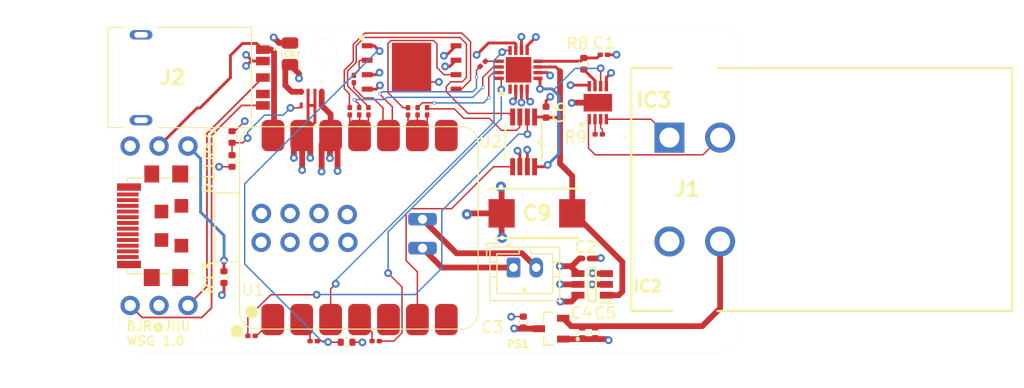
<source format=kicad_pcb>
(kicad_pcb (version 20221018) (generator pcbnew)
  (layers (0 "F.Cu" signal "Front") (1 "In1.Cu" signal) (2 "In2.Cu" signal) (31 "B.Cu" signal "Back") (34 "B.Paste" user) (35 "F.Paste" user) (36 "B.SilkS" user "B.Silkscreen") (37 "F.SilkS" user "F.Silkscreen") (38 "B.Mask" user) (39 "F.Mask" user) (44 "Edge.Cuts" user))
  (net 0 "")
  (net 1 "FilteredSig")
  (net 2 "GNDA")
  (net 3 "5V5")
  (net 4 "2V5 Ref")
  (net 5 "5V Reference")
  (net 7 "DAC Bias")
  (net 8 "3V3")
  (net 9 "ADC DReady")
  (net 10 "MISO")
  (net 11 "MOSI")
  (net 12 "SCLK")
  (net 13 "CS-ADC")
  (net 15 "S-")
  (net 16 "Net-(IC3-RG_1)")
  (net 17 "Net-(IC3-RG_2)")
  (net 18 "S+")
  (net 19 "AmplifiedSig")
  (net 20 "CS-MEM")
  (net 21 "5V USB")
  (net 23 "USB_D+")
  (net 24 "USB_D-")
  (net 27 "Net-(PS2-FB)")
  (net 28 "CS-DAC")
  (net 29 "Net-(U1-PA02_A0_D0)")
  (net 30 "Net-(U1-PA4_A1_D1)")
  (net 31 "Net-(U1-PA11_A3_D3)")
  (net 32 "LDAC-DAC")
  (net 33 "Net-(J3-CC)")
  (net 37 "BAT-")
  (net 38 "BAT+")
  (net 45 "MISO_ADC")
  (net 46 "MOSI_ADC")
  (net 47 "SCLK_ADC")
  (net 48 "MISO_FLASH")
  (net 49 "MOSI_FLASH")
  (net 50 "SCLK_FLASH")
  (net 51 "SCLK_DAC")
  (net 52 "MOSI_DAC")
  (footprint "21xt_footprints:SOT91P240X110-3N" (layer "F.Cu") (at 38.45 26.53 180)
    (fp_text reference "PS1")
    (fp_text value "AP2120N-2.5TRG1")
  )
  (footprint "21xt_footprints:USB_C_PLACE" (layer "F.Cu") (at 1.48 17.49 90)
    (fp_text reference "J3" hide)
    (fp_text value "USB_C_Plug_USB2.0")
  )
  (footprint "Capacitor_SMD:C_0402_1005Metric" (layer "F.Cu") (at 38.01 7.51 -90)
    (fp_text reference "C6")
    (fp_text value ".1uF")
  )
  (footprint "Capacitor_SMD:C_0402_1005Metric" (layer "F.Cu") (at 42.33 26.89 -90)
    (fp_text reference "C5")
    (fp_text value "10uF")
  )
  (footprint "Resistor_SMD:R_0201_0603Metric" (layer "F.Cu") (at 42.64 9.46)
    (fp_text reference "R9")
    (fp_text value "200")
  )
  (footprint "21xt_footprints:MCP1501-50" (layer "F.Cu") (at 42.06 22.64 180)
    (fp_text reference "IC2")
    (fp_text value "MCP1502T-50E_CHY" hide)
  )
  (footprint "Resistor_SMD:R_0402_1005Metric" (layer "F.Cu") (at 9.72 22 -90)
    (fp_text reference "R13")
    (fp_text value "5k")
  )
  (footprint "Capacitor_SMD:C_0805_2012Metric" (layer "F.Cu") (at 15.52 2.39 90)
    (fp_text reference "C8")
    (fp_text value "47uF")
  )
  (footprint "21xt_footprints:AD5626" (layer "F.Cu") (at 36.04 10.12 -90)
    (fp_text reference "U2")
    (fp_text value "AD5626BRMZ")
  )
  (footprint "21xt_footprints:DTF134PG003" (layer "F.Cu") (at 48.85 9.75 180)
    (fp_text reference "J1")
    (fp_text value "DTF13-4P-G003" hide)
  )
  (footprint "21xt_footprints:SON50P300X300X80-9N-D" (layer "F.Cu") (at 42.56 6.68 90)
    (fp_text reference "IC3")
    (fp_text value "INA821IDRGR" hide)
  )
  (footprint "Resistor_SMD:R_0201_0603Metric" (layer "F.Cu") (at 25.89 7.44 -90)
    (fp_text reference "R3" hide)
    (fp_text value "45.5")
  )
  (footprint "21xt_footprints:CAPPM7344X310N" (layer "F.Cu") (at 37.21 16.4)
    (fp_text reference "C9")
    (fp_text value "TAJD106M035RNJ" hide)
  )
  (footprint "Resistor_SMD:R_0201_0603Metric" (layer "F.Cu") (at 32.45 3.27 -135)
    (fp_text reference "R14" hide)
    (fp_text value "45.5")
  )
  (footprint "Capacitor_SMD:C_0201_0603Metric" (layer "F.Cu") (at 41.52 20.36)
    (fp_text reference "C2")
    (fp_text value "0.1uF")
  )
  (footprint "Resistor_SMD:R_0402_1005Metric" (layer "F.Cu") (at 20.49 27.72 180)
    (fp_text reference "R12" hide)
    (fp_text value "100k")
  )
  (footprint "21xt_footprints:SON127P800X600X80-9N-D" (layer "F.Cu") (at 26.2 3.585)
    (fp_text reference "IC4" hide)
    (fp_text value "W25N04KVZEIR" hide)
  )
  (footprint "Resistor_SMD:R_0201_0603Metric" (layer "F.Cu") (at 12.14 27.16)
    (fp_text reference "R4" hide)
    (fp_text value "45.5")
  )
  (footprint "Capacitor_SMD:C_0201_0603Metric" (layer "F.Cu") (at 43.09 2.47)
    (fp_text reference "C1")
    (fp_text value "10nF")
  )
  (footprint "Resistor_SMD:R_0402_1005Metric" (layer "F.Cu") (at 10.43 9.69 -90)
    (fp_text reference "R10")
    (fp_text value "80.6k")
  )
  (footprint "Resistor_SMD:R_0201_0603Metric" (layer "F.Cu") (at 27.57 7.43 -90)
    (fp_text reference "R2" hide)
    (fp_text value "45.5")
  )
  (footprint "Resistor_SMD:R_0201_0603Metric" (layer "F.Cu") (at 23.05 27.62 180)
    (fp_text reference "R7" hide)
    (fp_text value "45.5")
  )
  (footprint "Resistor_SMD:R_0201_0603Metric" (layer "F.Cu") (at 26.73 7.43 -90)
    (fp_text reference "R1" hide)
    (fp_text value "45.5")
  )
  (footprint "Resistor_SMD:R_0402_1005Metric" (layer "F.Cu") (at 10.43 11.8 -90)
    (fp_text reference "R11")
    (fp_text value "806k")
  )
  (footprint "Capacitor_SMD:C_0402_1005Metric" (layer "F.Cu") (at 41.19 26.9 -90)
    (fp_text reference "C4")
    (fp_text value "1uF")
  )
  (footprint "21xt_footprints:TPSM83100SIUR" (layer "F.Cu") (at 17.41 6.32 -90)
    (fp_text reference "PS2" hide)
    (fp_text value "TPSM83100SIUR" hide)
  )
  (footprint "Resistor_SMD:R_0201_0603Metric" (layer "F.Cu") (at 21.13 4.6 -90)
    (fp_text reference "R16" hide)
    (fp_text value "45.5")
  )
  (footprint "21xt_footprints:QFN50P350X350X100-17N-D" (layer "F.Cu") (at 35.6 3.79 90)
    (fp_text reference "IC1" hide)
    (fp_text value "ADS1120IRVAR" hide)
  )
  (footprint "Capacitor_SMD:C_0402_1005Metric" (layer "F.Cu") (at 36.02 25.95 90)
    (fp_text reference "C3")
    (fp_text value "1uF")
  )
  (footprint "Connector_JST:JST_PH_B2B-PH-K_1x02_P2.00mm_Vertical" (layer "F.Cu") (at 35.15 21.16)
    (fp_text reference "J4" hide)
    (fp_text value "Conn_01x02")
  )
  (footprint "21xt_footprints:esp32 c6 smt" (layer "F.Cu") (at 21.6085 17.4484 90)
    (fp_text reference "U1")
    (fp_text value "esp32 c6 xiao")
  )
  (footprint "Resistor_SMD:R_0201_0603Metric" (layer "F.Cu") (at 21.6 7.43 -90)
    (fp_text reference "R17" hide)
    (fp_text value "45.5")
  )
  (footprint "21xt_footprints:SJ3541ASSMTTR67" (layer "F.Cu") (at 5.19 4.47)
    (fp_text reference "J2")
    (fp_text value "SJ-3541AS-SMT-TR-67" hide)
  )
  (footprint "Resistor_SMD:R_0402_1005Metric" (layer "F.Cu") (at 41.33 3.26 90)
    (fp_text reference "R8")
    (fp_text value "1k")
  )
  (footprint "Resistor_SMD:R_0201_0603Metric" (layer "F.Cu") (at 20.77 7.43 -90)
    (fp_text reference "R19" hide)
    (fp_text value "45.5")
  )
  (footprint "Resistor_SMD:R_0201_0603Metric" (layer "F.Cu") (at 17.6 27.62 180)
    (fp_text reference "R5" hide)
    (fp_text value "45.5")
  )
  (footprint "Resistor_SMD:R_0201_0603Metric" (layer "F.Cu") (at 22.41 7.43 -90)
    (fp_text reference "R18" hide)
    (fp_text value "45.5")
  )
  (gr_arc (start 52.832 0) (mid 54.62805 0.74395) (end 55.372 2.54) (stroke (width 0.01)) (layer "Edge.Cuts"))
  (gr_circle (center 18.51025 2.159127) (end 19.64055 2.159127) (stroke (width 0.01)) (fill none) (layer "Edge.Cuts"))
  (gr_line (start 2.54 28.60675) (end 52.832 28.60675) (stroke (width 0.01)) (layer "Edge.Cuts"))
  (gr_arc (start 55.372 26.06675) (mid 54.628051 27.862801) (end 52.832 28.60675) (stroke (width 0.01)) (layer "Edge.Cuts"))
  (gr_circle (center 8.73125 26.447877) (end 9.86155 26.447877) (stroke (width 0.01)) (fill none) (layer "Edge.Cuts"))
  (gr_line (start 52.832 0) (end 2.54 0) (stroke (width 0.01)) (layer "Edge.Cuts"))
  (gr_line (start 55.372 26.06675) (end 55.372 2.54) (stroke (width 0.01)) (layer "Edge.Cuts"))
  (gr_arc (start 0 2.54) (mid 0.743949 0.743949) (end 2.54 0) (stroke (width 0.01)) (layer "Edge.Cuts"))
  (gr_arc (start 2.54 28.60675) (mid 0.743948 27.862801) (end 0 26.06675) (stroke (width 0.01)) (layer "Edge.Cuts"))
  (gr_line (start 0 2.54) (end 0 26.06675) (stroke (width 0.01)) (layer "Edge.Cuts"))
  (gr_text "BJR@JHU\nWSG 1.0" (at 1.07 28.09) (layer "F.SilkS") (effects (font (size 0.8128 0.8128) (thickness 0.1524) bold) (justify left bottom)))
  (segment (start 41.04 3.04) (end 41.33 2.75) (width 0.254) (layer "F.Cu") (net 1))
  (segment (start 37.3 3.04) (end 41.04 3.04) (width 0.254) (layer "F.Cu") (net 1))
  (segment (start 41.33 2.75) (end 42.49 2.75) (width 0.254) (layer "F.Cu") (net 1))
  (segment (start 37.31 3.03) (end 37.3 3.04) (width 0.254) (layer "F.Cu") (net 1))
  (segment (start 42.49 2.75) (end 42.77 2.47) (width 0.254) (layer "F.Cu") (net 1))
  (segment (start 35.35 6.32) (end 35.1 6.57) (width 0.254) (layer "F.Cu") (net 2))
  (segment (start 16.59 9.605) (end 16.55 9.565) (width 0.508) (layer "F.Cu") (net 2))
  (segment (start 36.02 25.47) (end 34.96 25.47) (width 0.127) (layer "F.Cu") (net 2))
  (segment (start 9.72 22.51) (end 9.72 23.4) (width 0.254) (layer "F.Cu") (net 2))
  (segment (start 34.11 16.4) (end 34.11 14.11) (width 0.508) (layer "F.Cu") (net 2))
  (segment (start 43.31 21.69) (end 42.12 21.69) (width 0.508) (layer "F.Cu") (net 2))
  (segment (start 36.3702 12.3044) (end 36.3702 10.8202) (width 0.254) (layer "F.Cu") (net 2))
  (segment (start 10.43 9.18) (end 10.67 9.18) (width 0.127) (layer "F.Cu") (net 2))
  (segment (start 9.72 23.4) (end 9.54 23.58) (width 0.254) (layer "F.Cu") (net 2))
  (segment (start 15.52 1.44) (end 14.58 1.44) (width 0.508) (layer "F.Cu") (net 2))
  (segment (start 31.14 16.4) (end 31.06 16.48) (width 0.508) (layer "F.Cu") (net 2))
  (segment (start 34.11 16.4) (end 34.11 18.5) (width 0.508) (layer "F.Cu") (net 2))
  (segment (start 42.8 20.36) (end 42.83 20.33) (width 0.508) (layer "F.Cu") (net 2))
  (segment (start 23.090111 5.49) (end 23.422504 5.157607) (width 0.254) (layer "F.Cu") (net 2))
  (segment (start 36.35 6.32) (end 36.62 6.59) (width 0.254) (layer "F.Cu") (net 2))
  (segment (start 16.59 12.6) (end 16.59 9.605) (width 0.508) (layer "F.Cu") (net 2))
  (segment (start 43.31 22.64) (end 42.06 22.64) (width 0.508) (layer "F.Cu") (net 2))
  (segment (start 17.71 8.405) (end 16.55 9.565) (width 0.254) (layer "F.Cu") (net 2))
  (segment (start 41.84 20.36) (end 42.8 20.36) (width 0.508) (layer "F.Cu") (net 2))
  (segment (start 11.67 2.48) (end 12.21 3.02) (width 0.254) (layer "F.Cu") (net 2))
  (segment (start 35.35 5.49) (end 35.35 6.32) (width 0.254) (layer "F.Cu") (net 2))
  (segment (start 38.01 6.53) (end 38.38 6.16) (width 0.254) (layer "F.Cu") (net 2))
  (segment (start 14.58 1.44) (end 14.09 0.95) (width 0.508) (layer "F.Cu") (net 2))
  (segment (start 15.86 10.255) (end 16.55 9.565) (width 0.508) (layer "F.Cu") (net 2))
  (segment (start 40.29 6.68) (end 40.27 6.7) (width 0.508) (layer "F.Cu") (net 2))
  (segment (start 17.71 6.92) (end 17.71 8.405) (width 0.254) (layer "F.Cu") (net 2))
  (segment (start 34.11 14.11) (end 34.05 14.05) (width 0.508) (layer "F.Cu") (net 2))
  (segment (start 17.3 10.315) (end 16.55 9.565) (width 0.508) (layer "F.Cu") (net 2))
  (segment (start 17.11 5.72) (end 17.11 6.92) (width 0.254) (layer "F.Cu") (net 2))
  (segment (start 43.31 4.47) (end 43.72 4.06) (width 0.254) (layer "F.Cu") (net 2))
  (segment (start 38.12 4.04) (end 38.37 4.29) (width 0.254) (layer "F.Cu") (net 2))
  (segment (start 17.11 6.92) (end 17.11 9.005) (width 0.254) (layer "F.Cu") (net 2))
  (segment (start 42.09 22.67) (end 42.06 22.64) (width 0.508) (layer "F.Cu") (net 2))
  (segment (start 15.86 11.53) (end 15.86 10.255) (width 0.508) (layer "F.Cu") (net 2))
  (segment (start 17.3 11.53) (end 17.3 10.315) (width 0.508) (layer "F.Cu") (net 2))
  (segment (start 26.2 3.585) (end 27.475 4.86) (width 0.127) (layer "F.Cu") (net 2))
  (segment (start 39.52 27.445) (end 43.415 27.445) (width 0.508) (layer "F.Cu") (net 2))
  (segment (start 36.35 5.49) (end 36.35 6.32) (width 0.254) (layer "F.Cu") (net 2))
  (segment (start 43.41 2.47) (end 44.19 2.47) (width 0.254) (layer "F.Cu") (net 2))
  (segment (start 10.67 9.18) (end 11.55 8.3) (width 0.127) (layer "F.Cu") (net 2))
  (segment (start 12.21 3.02) (end 13.14 3.02) (width 0.254) (layer "F.Cu") (net 2))
  (segment (start 36.3702 10.8202) (end 36.36 10.81) (width 0.254) (layer "F.Cu") (net 2))
  (segment (start 42.08 21.67) (end 42.09 21.66) (width 0.508) (layer "F.Cu") (net 2))
  (segment (start 12.21 3.02) (end 12.1 3.02) (width 0.254) (layer "F.Cu") (net 2))
  (segment (start 17.71 5.72) (end 17.71 6.92) (width 0.254) (layer "F.Cu") (net 2))
  (segment (start 42.12 21.69) (end 42.09 21.66) (width 0.508) (layer "F.Cu") (net 2))
  (segment (start 38.01 7.03) (end 38.01 6.53) (width 0.254) (layer "F.Cu") (net 2))
  (segment (start 12.1 3.02) (end 11.67 3.45) (width 0.254) (layer "F.Cu") (net 2))
  (segment (start 43.31 5.23) (end 43.31 4.47) (width 0.254) (layer "F.Cu") (net 2))
  (segment (start 39.25 22.64) (end 39.24 22.63) (width 0.508) (layer "F.Cu") (net 2))
  (segment (start 27.475 4.86) (end 28.6 4.86) (width 0.127) (layer "F.Cu") (net 2))
  (segment (start 43.415 27.445) (end 43.51 27.54) (width 0.508) (layer "F.Cu") (net 2))
  (segment (start 34.11 16.4) (end 31.14 16.4) (width 0.508) (layer "F.Cu") (net 2))
  (segment (start 42.56 6.68) (end 40.29 6.68) (width 0.508) (layer "F.Cu") (net 2))
  (segment (start 17.11 9.005) (end 16.55 9.565) (width 0.254) (layer "F.Cu") (net 2))
  (segment (start 44.19 2.47) (end 44.2 2.46) (width 0.254) (layer "F.Cu") (net 2))
  (segment (start 17.11 6.92) (end 17.71 6.92) (width 0.254) (layer "F.Cu") (net 2))
  (segment (start 40.81 22.64) (end 39.25 22.64) (width 0.508) (layer "F.Cu") (net 2))
  (segment (start 37.3 4.04) (end 38.12 4.04) (width 0.254) (layer "F.Cu") (net 2))
  (segment (start 34.11 18.5) (end 34.16 18.55) (width 0.508) (layer "F.Cu") (net 2))
  (segment (start 34.96 25.47) (end 34.95 25.48) (width 0.127) (layer "F.Cu") (net 2))
  (segment (start 22.3 5.49) (end 23.090111 5.49) (width 0.254) (layer "F.Cu") (net 2))
  (segment (start 35.85 5.49) (end 35.85 6.67) (width 0.254) (layer "F.Cu") (net 2))
  (via (at 35.85 6.67) (size 0.6858) (drill 0.3302) (layers "F.Cu" "B.Cu") (net 2))
  (via (at 43.72 4.06) (size 0.6858) (drill 0.3302) (layers "F.Cu" "B.Cu") (net 2))
  (via (at 35.1 6.57) (size 0.6858) (drill 0.3302) (layers "F.Cu" "B.Cu") (net 2))
  (via (at 15.86 11.53) (size 0.6858) (drill 0.3302) (layers "F.Cu" "B.Cu") (net 2))
  (via (at 28.6 4.86) (size 0.6858) (drill 0.3302) (layers "F.Cu" "B.Cu") (net 2))
  (via (at 44.2 2.46) (size 0.6858) (drill 0.3302) (layers "F.Cu" "B.Cu") (net 2))
  (via (at 42.83 20.33) (size 0.6858) (drill 0.3302) (layers "F.Cu" "B.Cu") (net 2))
  (via (at 11.55 8.3) (size 0.6858) (drill 0.3302) (layers "F.Cu" "B.Cu") (net 2))
  (via (at 11.67 3.45) (size 0.6858) (drill 0.3302) (layers "F.Cu" "B.Cu") (net 2))
  (via (at 42.09 21.66) (size 0.6858) (drill 0.3302) (layers "F.Cu" "B.Cu") (net 2))
  (via (at 42.06 22.64) (size 0.6858) (drill 0.3302) (layers "F.Cu" "B.Cu") (net 2))
  (via (at 11.67 2.48) (size 0.6858) (drill 0.3302) (layers "F.Cu" "B.Cu") (net 2))
  (via (at 36.62 6.59) (size 0.6858) (drill 0.3302) (layers "F.Cu" "B.Cu") (net 2))
  (via (at 23.422504 5.157607) (size 0.6858) (drill 0.3302) (layers "F.Cu" "B.Cu") (net 2))
  (via (at 9.54 23.58) (size 0.6858) (drill 0.3302) (layers "F.Cu" "B.Cu") (net 2))
  (via (at 34.95 25.48) (size 0.6858) (drill 0.3302) (layers "F.Cu" "B.Cu") (net 2))
  (via (at 34.16 18.55) (size 0.889) (drill 0.381) (layers "F.Cu" "B.Cu") (net 2))
  (via (at 38.37 4.29) (size 0.6858) (drill 0.3302) (layers "F.Cu" "B.Cu") (net 2))
  (via (at 39.24 22.63) (size 0.6858) (drill 0.3302) (layers "F.Cu" "B.Cu") (net 2))
  (via (at 38.38 6.16) (size 0.6858) (drill 0.3302) (layers "F.Cu" "B.Cu") (net 2))
  (via (at 16.59 12.6) (size 0.6858) (drill 0.3302) (layers "F.Cu" "B.Cu") (net 2))
  (via (at 14.09 0.95) (size 0.6858) (drill 0.3302) (layers "F.Cu" "B.Cu") (net 2))
  (via (at 40.27 6.7) (size 0.6858) (drill 0.3302) (layers "F.Cu" "B.Cu") (net 2))
  (via (at 36.36 10.81) (size 0.6858) (drill 0.3302) (layers "F.Cu" "B.Cu") (net 2))
  (via (at 34.05 14.05) (size 0.889) (drill 0.381) (layers "F.Cu" "B.Cu") (net 2))
  (via (at 17.3 11.53) (size 0.6858) (drill 0.3302) (layers "F.Cu" "B.Cu") (net 2))
  (via (at 43.51 27.54) (size 0.6858) (drill 0.3302) (layers "F.Cu" "B.Cu") (net 2))
  (via (at 31.06 16.48) (size 0.889) (drill 0.381) (layers "F.Cu" "B.Cu") (net 2))
  (segment (start 40.16 5.14) (end 41.72 5.14) (width 0.254) (layer "F.Cu") (net 3))
  (segment (start 35.7098 11.0998) (end 35.51 10.9) (width 0.254) (layer "F.Cu") (net 3))
  (segment (start 15.11 3.75) (end 15.52 3.34) (width 0.508) (layer "F.Cu") (net 3))
  (segment (start 35.25 26.55) (end 35.21 26.51) (width 0.508) (layer "F.Cu") (net 3))
  (segment (start 39.22 21.04) (end 40.16 21.04) (width 0.508) (layer "F.Cu") (net 3))
  (segment (start 16.31 4.54) (end 16.31 4.13) (width 0.508) (layer "F.Cu") (net 3))
  (segment (start 40.25 24.15) (end 40.81 23.59) (width 0.508) (layer "F.Cu") (net 3))
  (segment (start 10.43 12.31) (end 9.29 12.31) (width 0.127) (layer "F.Cu") (net 3))
  (segment (start 41.72 5.14) (end 41.81 5.23) (width 0.254) (layer "F.Cu") (net 3))
  (segment (start 39.28 21.1) (end 39.22 21.04) (width 0.508) (layer "F.Cu") (net 3))
  (segment (start 41.2 20.36) (end 40.95 20.36) (width 0.508) (layer "F.Cu") (net 3))
  (segment (start 35.23 26.53) (end 35.21 26.51) (width 0.508) (layer "F.Cu") (net 3))
  (segment (start 37.38 26.53) (end 35.23 26.53) (width 0.508) (layer "F.Cu") (net 3))
  (segment (start 15.11 5.14) (end 15.11 3.75) (width 0.508) (layer "F.Cu") (net 3))
  (segment (start 16.31 4.13) (end 15.52 3.34) (width 0.508) (layer "F.Cu") (net 3))
  (segment (start 15.1 5.15) (end 15.11 5.14) (width 0.508) (layer "F.Cu") (net 3))
  (segment (start 15.67 5.72) (end 15.1 5.15) (width 0.508) (layer "F.Cu") (net 3))
  (segment (start 39.28 24.15) (end 40.25 24.15) (width 0.508) (layer "F.Cu") (net 3))
  (segment (start 16.51 5.72) (end 15.67 5.72) (width 0.508) (layer "F.Cu") (net 3))
  (segment (start 35.85 0.89) (end 35.85 2.09) (width 0.254) (layer "F.Cu") (net 3))
  (segment (start 40.95 20.36) (end 40.27 21.04) (width 0.508) (layer "F.Cu") (net 3))
  (segment (start 40.16 21.04) (end 40.81 21.69) (width 0.508) (layer "F.Cu") (net 3))
  (segment (start 35.7098 12.3044) (end 35.7098 11.0998) (width 0.254) (layer "F.Cu") (net 3))
  (segment (start 40.16 21.04) (end 40.27 21.04) (width 0.508) (layer "F.Cu") (net 3))
  (via (at 9.29 12.31) (size 0.6858) (drill 0.3302) (layers "F.Cu" "B.Cu") (net 3))
  (via (at 35.51 10.9) (size 0.6858) (drill 0.3302) (layers "F.Cu" "B.Cu") (net 3))
  (via (at 16.31 4.54) (size 0.6858) (drill 0.3302) (layers "F.Cu" "B.Cu") (net 3))
  (via (at 39.22 21.04) (size 0.6858) (drill 0.3302) (layers "F.Cu" "B.Cu") (net 3))
  (via (at 39.28 24.15) (size 0.6858) (drill 0.3302) (layers "F.Cu" "B.Cu") (net 3))
  (via (at 35.21 26.51) (size 0.6858) (drill 0.3302) (layers "F.Cu" "B.Cu") (net 3))
  (via (at 35.85 0.89) (size 0.6858) (drill 0.3302) (layers "F.Cu" "B.Cu") (net 3))
  (via (at 40.16 5.14) (size 0.6858) (drill 0.3302) (layers "F.Cu" "B.Cu") (net 3))
  (segment (start 36.35 2.09) (end 36.35 1.68) (width 0.254) (layer "F.Cu") (net 4))
  (segment (start 51.727114 26.31) (end 53.3 24.737114) (width 0.508) (layer "F.Cu") (net 4))
  (segment (start 39.52 25.615) (end 40.215 26.31) (width 0.508) (layer "F.Cu") (net 4))
  (segment (start 53.3 24.737114) (end 53.3 18.87) (width 0.508) (layer "F.Cu") (net 4))
  (segment (start 40.215 26.31) (end 51.727114 26.31) (width 0.508) (layer "F.Cu") (net 4))
  (segment (start 36.35 1.68) (end 37.12 0.91) (width 0.254) (layer "F.Cu") (net 4))
  (via (at 37.12 0.91) (size 0.6858) (drill 0.3302) (layers "F.Cu" "B.Cu") (net 4))
  (segment (start 38.87 3.54) (end 39.24 3.91) (width 0.254) (layer "F.Cu") (net 5))
  (segment (start 44.393 23.59) (end 44.71 23.273) (width 0.508) (layer "F.Cu") (net 5))
  (segment (start 39.1012 7.99) (end 39.1556 7.9356) (width 0.254) (layer "F.Cu") (net 5))
  (segment (start 39.24 8.02) (end 39.24 3.91) (width 0.508) (layer "F.Cu") (net 5))
  (segment (start 37.3 3.54) (end 38.87 3.54) (width 0.254) (layer "F.Cu") (net 5))
  (segment (start 37.0052 7.9356) (end 37.9556 7.9356) (width 0.254) (layer "F.Cu") (net 5))
  (segment (start 44.71 23.273) (end 44.71 20.66) (width 0.508) (layer "F.Cu") (net 5))
  (segment (start 44.71 20.66) (end 40.45 16.4) (width 0.508) (layer "F.Cu") (net 5))
  (segment (start 38.01 7.99) (end 39.1012 7.99) (width 0.254) (layer "F.Cu") (net 5))
  (segment (start 39.24 8.02) (end 39.1556 7.9356) (width 0.508) (layer "F.Cu") (net 5))
  (segment (start 40.31 16.4) (end 40.31 13.11) (width 0.508) (layer "F.Cu") (net 5))
  (segment (start 40.45 16.4) (end 40.31 16.4) (width 0.508) (layer "F.Cu") (net 5))
  (segment (start 43.31 23.59) (end 44.393 23.59) (width 0.508) (layer "F.Cu") (net 5))
  (segment (start 40.31 13.11) (end 39.24 12.04) (width 0.508) (layer "F.Cu") (net 5))
  (segment (start 37.9556 7.9356) (end 38.01 7.99) (width 0.254) (layer "F.Cu") (net 5))
  (segment (start 39.24 12.04) (end 39.24 8.02) (width 0.508) (layer "F.Cu") (net 5))
  (segment (start 37.9956 12.3044) (end 38.16 12.14) (width 0.254) (layer "F.Cu") (net 7))
  (segment (start 42.8705 5.1695) (end 42.81 5.23) (width 0.127) (layer "F.Cu") (net 7))
  (segment (start 37.48 5.47) (end 37.48 4.72) (width 0.254) (layer "F.Cu") (net 7))
  (segment (start 42.81 3.66) (end 42.81 5.23) (width 0.127) (layer "F.Cu") (net 7))
  (segment (start 37.48 4.72) (end 37.3 4.54) (width 0.254) (layer "F.Cu") (net 7))
  (segment (start 37.0052 12.3044) (end 37.9956 12.3044) (width 0.254) (layer "F.Cu") (net 7))
  (via (at 37.48 5.47) (size 0.6858) (drill 0.3302) (layers "F.Cu" "B.Cu") (net 7))
  (via (at 38.16 12.14) (size 0.6858) (drill 0.3302) (layers "F.Cu" "B.Cu") (net 7))
  (via (at 42.81 3.66) (size 0.6858) (drill 0.3302) (layers "F.Cu" "B.Cu") (net 7))
  (segment (start 40.57 3.67) (end 42.8 3.67) (width 0.127) (layer "B.Cu") (net 7))
  (segment (start 38.652072 5.587928) (end 38.534144 5.47) (width 0.254) (layer "B.Cu") (net 7))
  (segment (start 42.8 3.67) (end 42.81 3.66) (width 0.127) (layer "B.Cu") (net 7))
  (segment (start 38.652072 5.587928) (end 40.57 3.67) (width 0.127) (layer "B.Cu") (net 7))
  (segment (start 39.17 11.13) (end 38.16 12.14) (width 0.254) (layer "B.Cu") (net 7))
  (segment (start 38.534144 5.47) (end 37.48 5.47) (width 0.254) (layer "B.Cu") (net 7))
  (segment (start 38.652072 5.587928) (end 39.17 6.105856) (width 0.254) (layer "B.Cu") (net 7))
  (segment (start 39.17 6.105856) (end 39.17 11.13) (width 0.254) (layer "B.Cu") (net 7))
  (segment (start 29.39 2.39) (end 30.1 1.68) (width 0.254) (layer "F.Cu") (net 8))
  (segment (start 29.39 2.39) (end 29.21 2.39) (width 0.254) (layer "F.Cu") (net 8))
  (segment (start 18.3 10.355) (end 19.09 9.565) (width 0.508) (layer "F.Cu") (net 8))
  (segment (start 18.3 12.73) (end 18.3 10.355) (width 0.508) (layer "F.Cu") (net 8))
  (segment (start 19.7 10.175) (end 19.09 9.565) (width 0.508) (layer "F.Cu") (net 8))
  (segment (start 23.2 4.22) (end 23.38 4.04) (width 0.254) (layer "F.Cu") (net 8))
  (segment (start 21 27.72) (end 21.87 27.72) (width 0.127) (layer "F.Cu") (net 8))
  (segment (start 29.56 3.49) (end 30.1 2.95) (width 0.254) (layer "F.Cu") (net 8))
  (segment (start 19.7 12.68) (end 19.7 10.175) (width 0.508) (layer "F.Cu") (net 8))
  (segment (start 21.87 27.72) (end 21.88 27.73) (width 0.127) (layer "F.Cu") (net 8))
  (segment (start 29.21 2.39) (end 29.04 2.56) (width 0.254) (layer "F.Cu") (net 8))
  (segment (start 32.9574 1.436) (end 35.254 1.436) (width 0.254) (layer "F.Cu") (net 8))
  (segment (start 19.09 7.7) (end 18.31 6.92) (width 0.508) (layer "F.Cu") (net 8))
  (segment (start 31.9134 2.48) (end 32.9574 1.436) (width 0.254) (layer "F.Cu") (net 8))
  (segment (start 19.03 11.55) (end 19.03 9.625) (width 0.508) (layer "F.Cu") (net 8))
  (segment (start 19.69 12.67) (end 19.7 12.68) (width 0.508) (layer "F.Cu") (net 8))
  (segment (start 19.03 9.625) (end 19.09 9.565) (width 0.508) (layer "F.Cu") (net 8))
  (segment (start 18.31 6.92) (end 18.31 5.72) (width 0.508) (layer "F.Cu") (net 8))
  (segment (start 29.15 3.49) (end 29.56 3.49) (width 0.254) (layer "F.Cu") (net 8))
  (segment (start 22.3 4.22) (end 23.2 4.22) (width 0.254) (layer "F.Cu") (net 8))
  (segment (start 35.35 1.532) (end 35.35 2.09) (width 0.254) (layer "F.Cu") (net 8))
  (segment (start 19.09 9.565) (end 19.09 7.7) (width 0.508) (layer "F.Cu") (net 8))
  (segment (start 35.254 1.436) (end 35.35 1.532) (width 0.254) (layer "F.Cu") (net 8))
  (via (at 31.9134 2.48) (size 0.6858) (drill 0.3302) (layers "F.Cu" "B.Cu") (net 8))
  (via (at 19.03 11.55) (size 0.6858) (drill 0.3302) (layers "F.Cu" "B.Cu") (net 8))
  (via (at 29.15 3.49) (size 0.6858) (drill 0.3302) (layers "F.Cu" "B.Cu") (net 8))
  (via (at 19.7 12.68) (size 0.6858) (drill 0.3302) (layers "F.Cu" "B.Cu") (net 8))
  (via (at 29.04 2.56) (size 0.6858) (drill 0.3302) (layers "F.Cu" "B.Cu") (net 8))
  (via (at 23.38 4.04) (size 0.6858) (drill 0.3302) (layers "F.Cu" "B.Cu") (net 8))
  (via (at 21.88 27.73) (size 0.6858) (drill 0.3302) (layers "F.Cu" "B.Cu") (net 8))
  (via (at 18.3 12.73) (size 0.6858) (drill 0.3302) (layers "F.Cu" "B.Cu") (net 8))
  (segment (start 19.09 23.04) (end 19.09 25.73) (width 0.127) (layer "F.Cu") (net 9))
  (segment (start 34.31 2.09) (end 34.16 2.24) (width 0.127) (layer "F.Cu") (net 9))
  (segment (start 19.54 22.59) (end 19.09 23.04) (width 0.127) (layer "F.Cu") (net 9))
  (segment (start 34.85 2.09) (end 34.31 2.09) (width 0.127) (layer "F.Cu") (net 9))
  (via (at 19.54 22.59) (size 0.6858) (drill 0.3302) (layers "F.Cu" "B.Cu") (net 9))
  (via (at 34.16 2.24) (size 0.6858) (drill 0.3302) (layers "F.Cu" "B.Cu") (net 9))
  (segment (start 34.16 2.24) (end 33.4435 2.9565) (width 0.127) (layer "B.Cu") (net 9))
  (segment (start 19.54 22.262954) (end 19.54 22.59) (width 0.127) (layer "B.Cu") (net 9))
  (segment (start 33.4435 2.9565) (end 33.4435 8.359454) (width 0.127) (layer "B.Cu") (net 9))
  (segment (start 33.4435 8.359454) (end 19.54 22.262954) (width 0.127) (layer "B.Cu") (net 9))
  (segment (start 21.997349 6.262651) (end 21.13 5.395302) (width 0.127) (layer "F.Cu") (net 10))
  (segment (start 24.51 9.225) (end 24.17 9.565) (width 0.127) (layer "F.Cu") (net 10))
  (segment (start 31.9 3.82) (end 32.223726 3.496274) (width 0.127) (layer "F.Cu") (net 10))
  (segment (start 23.69 7.14) (end 22.812651 6.262651) (width 0.127) (layer "F.Cu") (net 10))
  (segment (start 24.51 7.04) (end 24.51 9.225) (width 0.127) (layer "F.Cu") (net 10))
  (segment (start 23.69 9.085) (end 23.69 7.14) (width 0.127) (layer "F.Cu") (net 10))
  (segment (start 23.45 5.98) (end 24.51 7.04) (width 0.127) (layer "F.Cu") (net 10))
  (segment (start 31.9 4.43) (end 31.9 3.82) (width 0.127) (layer "F.Cu") (net 10))
  (segment (start 21.13 5.395302) (end 21.13 4.92) (width 0.127) (layer "F.Cu") (net 10))
  (segment (start 22.812651 6.262651) (end 21.997349 6.262651) (width 0.127) (layer "F.Cu") (net 10))
  (segment (start 24.17 9.565) (end 23.69 9.085) (width 0.127) (layer "F.Cu") (net 10))
  (segment (start 23.45 5.98) (end 23.45 5.9) (width 0.127) (layer "F.Cu") (net 10))
  (via (at 23.45 5.9) (size 0.3) (drill 0.2) (layers "F.Cu" "B.Cu") (net 10))
  (via (at 31.9 4.43) (size 0.3) (drill 0.2) (layers "F.Cu" "B.Cu") (net 10))
  (segment (start 23.63 5.72) (end 23.45 5.9) (width 0.127) (layer "B.Cu") (net 10))
  (segment (start 31.57 5.72) (end 23.63 5.72) (width 0.127) (layer "B.Cu") (net 10))
  (segment (start 31.9 5.39) (end 31.57 5.72) (width 0.127) (layer "B.Cu") (net 10))
  (segment (start 31.9 4.43) (end 31.9 5.39) (width 0.127) (layer "B.Cu") (net 10))
  (segment (start 20.77 8.705) (end 20.77 7.75) (width 0.127) (layer "F.Cu") (net 11))
  (segment (start 21.63 7.78) (end 21.6 7.75) (width 0.127) (layer "F.Cu") (net 11))
  (segment (start 21.54 9.41) (end 21.41 9.41) (width 0.127) (layer "F.Cu") (net 11))
  (segment (start 22.41 8.785) (end 22.41 7.75) (width 0.127) (layer "F.Cu") (net 11))
  (segment (start 21.63 9.565) (end 20.77 8.705) (width 0.127) (layer "F.Cu") (net 11))
  (segment (start 21.63 9.565) (end 22.41 8.785) (width 0.127) (layer "F.Cu") (net 11))
  (segment (start 21.63 9.565) (end 21.63 7.78) (width 0.127) (layer "F.Cu") (net 11))
  (segment (start 26.71 7.77) (end 26.73 7.75) (width 0.127) (layer "F.Cu") (net 12))
  (segment (start 25.89 8.745) (end 25.89 7.76) (width 0.127) (layer "F.Cu") (net 12))
  (segment (start 26.71 9.565) (end 25.89 8.745) (width 0.127) (layer "F.Cu") (net 12))
  (segment (start 27.57 8.705) (end 27.57 7.75) (width 0.127) (layer "F.Cu") (net 12))
  (segment (start 26.71 9.565) (end 27.57 8.705) (width 0.127) (layer "F.Cu") (net 12))
  (segment (start 26.71 9.565) (end 26.71 7.77) (width 0.127) (layer "F.Cu") (net 12))
  (segment (start 25.3605 26.898288) (end 25.3605 22.8705) (width 0.127) (layer "F.Cu") (net 13))
  (segment (start 25.3605 22.8705) (end 24.14 21.65) (width 0.127) (layer "F.Cu") (net 13))
  (segment (start 23.37 27.62) (end 24.638788 27.62) (width 0.127) (layer "F.Cu") (net 13))
  (segment (start 34.08 5.53) (end 34.08 4.72) (width 0.127) (layer "F.Cu") (net 13))
  (segment (start 24.638788 27.62) (end 25.3605 26.898288) (width 0.127) (layer "F.Cu") (net 13))
  (segment (start 34.08 4.72) (end 33.9 4.54) (width 0.127) (layer "F.Cu") (net 13))
  (via (at 34.08 5.53) (size 0.6858) (drill 0.3302) (layers "F.Cu" "B.Cu") (net 13))
  (via (at 24.14 21.65) (size 0.6858) (drill 0.3302) (layers "F.Cu" "B.Cu") (net 13))
  (segment (start 24.14 21.65) (end 24.14 18.022164) (width 0.127) (layer "B.Cu") (net 13))
  (segment (start 34.08 8.082164) (end 34.08 5.53) (width 0.127) (layer "B.Cu") (net 13))
  (segment (start 24.14 18.022164) (end 34.08 8.082164) (width 0.127) (layer "B.Cu") (net 13))
  (segment (start 41.81 8.13) (end 41.7395 8.2005) (width 0.127) (layer "F.Cu") (net 15))
  (segment (start 42.3305 11.2605) (end 51.7895 11.2605) (width 0.127) (layer "F.Cu") (net 15))
  (segment (start 53.03 9.75) (end 53.3 9.75) (width 0.127) (layer "F.Cu") (net 15))
  (segment (start 41.7395 10.6695) (end 42.3305 11.2605) (width 0.127) (layer "F.Cu") (net 15))
  (segment (start 41.7395 8.2005) (end 41.7395 10.6695) (width 0.127) (layer "F.Cu") (net 15))
  (segment (start 51.7895 11.2605) (end 53.3 9.75) (width 0.127) (layer "F.Cu") (net 15))
  (segment (start 42.32 9.46) (end 42.32 8.14) (width 0.127) (layer "F.Cu") (net 16))
  (segment (start 42.32 8.14) (end 42.31 8.13) (width 0.127) (layer "F.Cu") (net 16))
  (segment (start 42.96 9.04) (end 42.81 8.89) (width 0.127) (layer "F.Cu") (net 17))
  (segment (start 42.96 9.46) (end 42.96 9.04) (width 0.127) (layer "F.Cu") (net 17))
  (segment (start 42.81 8.89) (end 42.81 8.13) (width 0.127) (layer "F.Cu") (net 17))
  (segment (start 42.8 8.14) (end 42.81 8.13) (width 0.254) (layer "F.Cu") (net 17))
  (segment (start 47.23 8.13) (end 48.85 9.75) (width 0.127) (layer "F.Cu") (net 18))
  (segment (start 43.31 8.13) (end 47.23 8.13) (width 0.127) (layer "F.Cu") (net 18))
  (segment (start 42.31 4.75) (end 41.33 3.77) (width 0.254) (layer "F.Cu") (net 19))
  (segment (start 42.31 5.23) (end 42.31 4.75) (width 0.254) (layer "F.Cu") (net 19))
  (segment (start 22.3 1.68) (end 22.92 1.68) (width 0.254) (layer "F.Cu") (net 20))
  (segment (start 22.92 1.68) (end 23.39 2.15) (width 0.254) (layer "F.Cu") (net 20))
  (segment (start 18.79 27.62) (end 18.87 27.7) (width 0.127) (layer "F.Cu") (net 20))
  (segment (start 17.92 27.62) (end 18.79 27.62) (width 0.127) (layer "F.Cu") (net 20))
  (segment (start 19.98 27.72) (end 18.89 27.72) (width 0.127) (layer "F.Cu") (net 20))
  (segment (start 18.89 27.72) (end 18.87 27.7) (width 0.127) (layer "F.Cu") (net 20))
  (via (at 18.87 27.7) (size 0.6858) (drill 0.3302) (layers "F.Cu" "B.Cu") (net 20))
  (via (at 23.39 2.15) (size 0.6858) (drill 0.3302) (layers "F.Cu" "B.Cu") (net 20))
  (segment (start 23.19 2.15) (end 23.39 2.15) (width 0.127) (layer "B.Cu") (net 20))
  (segment (start 18.39 27.7) (end 11.54 20.85) (width 0.127) (layer "B.Cu") (net 20))
  (segment (start 18.87 27.7) (end 18.39 27.7) (width 0.127) (layer "B.Cu") (net 20))
  (segment (start 11.54 13.8) (end 23.19 2.15) (width 0.127) (layer "B.Cu") (net 20))
  (segment (start 11.54 20.85) (end 11.54 13.8) (width 0.127) (layer "B.Cu") (net 20))
  (segment (start 7.625172 7.145172) (end 7.364828 7.145172) (width 0.254) (layer "F.Cu") (net 21))
  (segment (start 14.121 9.4725) (end 14.121 2.264) (width 0.508) (layer "F.Cu") (net 21))
  (segment (start 14.121 2.264) (end 13.877 2.02) (width 0.508) (layer "F.Cu") (net 21))
  (segment (start 12.6 1.48) (end 13.14 2.02) (width 0.254) (layer "F.Cu") (net 21))
  (segment (start 4.02 10.49) (end 7.364828 7.145172) (width 0.254) (layer "F.Cu") (net 21))
  (segment (start 13.877 2.02) (end 13.14 2.02) (width 0.508) (layer "F.Cu") (net 21))
  (segment (start 7.625172 7.145172) (end 10.29 4.480345) (width 0.254) (layer "F.Cu") (net 21))
  (segment (start 10.29 2.53) (end 11.34 1.48) (width 0.254) (layer "F.Cu") (net 21))
  (segment (start 14.235825 8.982675) (end 13.8085 9.41) (width 0.508) (layer "F.Cu") (net 21))
  (segment (start 13.14 2.02) (end 13.623 2.02) (width 0.254) (layer "F.Cu") (net 21))
  (segment (start 11.34 1.48) (end 12.6 1.48) (width 0.254) (layer "F.Cu") (net 21))
  (segment (start 10.29 4.480345) (end 10.29 2.53) (width 0.254) (layer "F.Cu") (net 21))
  (segment (start 14.0285 9.565) (end 14.121 9.4725) (width 0.508) (layer "F.Cu") (net 21))
  (segment (start 8.2268 9.3832) (end 8.2268 22.8232) (width 0.1524) (layer "F.Cu") (net 23))
  (segment (start 13.14 4.47) (end 8.2268 9.3832) (width 0.1524) (layer "F.Cu") (net 23))
  (segment (start 8.2268 22.8232) (end 6.56 24.49) (width 0.1524) (layer "F.Cu") (net 23))
  (segment (start 8.6332 9.551537) (end 8.6332 24.697671) (width 0.1524) (layer "F.Cu") (net 24))
  (segment (start 7.787671 25.5432) (end 2.5332 25.5432) (width 0.1524) (layer "F.Cu") (net 24))
  (segment (start 8.6332 24.697671) (end 7.787671 25.5432) (width 0.1524) (layer "F.Cu") (net 24))
  (segment (start 2.5332 25.5432) (end 1.48 24.49) (width 0.1524) (layer "F.Cu") (net 24))
  (segment (start 11.264737 6.92) (end 8.6332 9.551537) (width 0.1524) (layer "F.Cu") (net 24))
  (segment (start 13.14 6.92) (end 11.264737 6.92) (width 0.1524) (layer "F.Cu") (net 24))
  (segment (start 11.39 10.2) (end 11.8 9.79) (width 0.127) (layer "F.Cu") (net 27))
  (segment (start 10.43 11.29) (end 10.43 10.2) (width 0.127) (layer "F.Cu") (net 27))
  (segment (start 16.29 7.14) (end 16.51 6.92) (width 0.127) (layer "F.Cu") (net 27))
  (segment (start 10.43 10.2) (end 11.39 10.2) (width 0.127) (layer "F.Cu") (net 27))
  (segment (start 15.56 7.14) (end 16.29 7.14) (width 0.127) (layer "F.Cu") (net 27))
  (via (at 15.56 7.14) (size 0.6858) (drill 0.3302) (layers "F.Cu" "B.Cu") (net 27))
  (via (at 11.8 9.79) (size 0.6858) (drill 0.3302) (layers "F.Cu" "B.Cu") (net 27))
  (segment (start 11.8 9.79) (end 11.8 9.26) (width 0.127) (layer "B.Cu") (net 27))
  (segment (start 14.93 7.77) (end 15.56 7.14) (width 0.127) (layer "B.Cu") (net 27))
  (segment (start 11.8 9.26) (end 13.29 7.77) (width 0.127) (layer "B.Cu") (net 27))
  (segment (start 13.29 7.77) (end 14.93 7.77) (width 0.127) (layer "B.Cu") (net 27))
  (segment (start 11.82 25.561212) (end 13.831212 23.55) (width 0.127) (layer "F.Cu") (net 28))
  (segment (start 13.831212 23.55) (end 17.86 23.55) (width 0.127) (layer "F.Cu") (net 28))
  (segment (start 11.82 27.16) (end 11.82 25.561212) (width 0.127) (layer "F.Cu") (net 28))
  (segment (start 36.3702 9.4302) (end 36.3702 7.9356) (width 0.127) (layer "F.Cu") (net 28))
  (segment (start 36.38 9.44) (end 36.3702 9.4302) (width 0.127) (layer "F.Cu") (net 28))
  (via (at 36.38 9.44) (size 0.6858) (drill 0.3302) (layers "F.Cu" "B.Cu") (net 28))
  (via (at 17.86 23.55) (size 0.6858) (drill 0.3302) (layers "F.Cu" "B.Cu") (net 28))
  (segment (start 17.86 23.55) (end 17.88 23.53) (width 0.127) (layer "B.Cu") (net 28))
  (segment (start 35.59 9.44) (end 36.38 9.44) (width 0.127) (layer "B.Cu") (net 28))
  (segment (start 28.8541 21.2159) (end 28.8541 16.1759) (width 0.127) (layer "B.Cu") (net 28))
  (segment (start 28.8541 16.1759) (end 35.59 9.44) (width 0.127) (layer "B.Cu") (net 28))
  (segment (start 17.88 23.53) (end 26.54 23.53) (width 0.127) (layer "B.Cu") (net 28))
  (segment (start 26.54 23.53) (end 28.8541 21.2159) (width 0.127) (layer "B.Cu") (net 28))
  (segment (start 13.79 25.575) (end 13.79 27.03) (width 0.127) (layer "F.Cu") (net 29))
  (segment (start 12.58 27.16) (end 14.01 25.73) (width 0.127) (layer "F.Cu") (net 29))
  (segment (start 12.46 27.16) (end 12.58 27.16) (width 0.127) (layer "F.Cu") (net 29))
  (segment (start 17.28 27.62) (end 17.28 26.46) (width 0.127) (layer "F.Cu") (net 30))
  (segment (start 16.33 25.575) (end 17.425 26.67) (width 0.127) (layer "F.Cu") (net 30))
  (segment (start 17.28 26.46) (end 16.55 25.73) (width 0.127) (layer "F.Cu") (net 30))
  (segment (start 22.73 26.83) (end 22.73 27.62) (width 0.127) (layer "F.Cu") (net 31))
  (segment (start 21.63 25.73) (end 22.73 26.83) (width 0.127) (layer "F.Cu") (net 31))
  (segment (start 33.3956 12.3044) (end 29.71 15.99) (width 0.127) (layer "F.Cu") (net 32))
  (segment (start 25.7212 16.440964) (end 25.7212 20.5512) (width 0.127) (layer "F.Cu") (net 32))
  (segment (start 26.172164 15.99) (end 25.7212 16.440964) (width 0.127) (layer "F.Cu") (net 32))
  (segment (start 25.7212 20.5512) (end 26.71 21.54) (width 0.127) (layer "F.Cu") (net 32))
  (segment (start 26.39 25.675) (end 26.49 25.575) (width 0.254) (layer "F.Cu") (net 32))
  (segment (start 26.71 21.54) (end 26.71 25.73) (width 0.127) (layer "F.Cu") (net 32))
  (segment (start 29.71 15.99) (end 26.172164 15.99) (width 0.127) (layer "F.Cu") (net 32))
  (segment (start 35.0748 12.3044) (end 33.3956 12.3044) (width 0.127) (layer "F.Cu") (net 32))
  (segment (start 9.72 20.54) (end 9.73 20.53) (width 0.254) (layer "F.Cu") (net 33))
  (segment (start 9.72 21.49) (end 9.72 20.54) (width 0.254) (layer "F.Cu") (net 33))
  (via (at 9.73 20.53) (size 0.6858) (drill 0.3302) (layers "F.Cu" "B.Cu") (net 33))
  (segment (start 9.73 18.35) (end 7.67 16.29) (width 0.254) (layer "B.Cu") (net 33))
  (segment (start 7.67 16.29) (end 7.67 11.6) (width 0.254) (layer "B.Cu") (net 33))
  (segment (start 7.67 11.6) (end 6.56 10.49) (width 0.254) (layer "B.Cu") (net 33))
  (segment (start 9.73 20.53) (end 9.73 18.35) (width 0.254) (layer "B.Cu") (net 33))
  (segment (start 28.8653 21.16) (end 27.1617 19.4564) (width 0.508) (layer "F.Cu") (net 37))
  (segment (start 35.15 21.16) (end 28.8653 21.16) (width 0.508) (layer "F.Cu") (net 37))
  (segment (start 37.15 21.16) (end 35.894 19.904) (width 0.508) (layer "F.Cu") (net 38))
  (segment (start 30.1493 19.904) (end 27.1617 16.9164) (width 0.508) (layer "F.Cu") (net 38))
  (segment (start 35.894 19.904) (end 30.1493 19.904) (width 0.508) (layer "F.Cu") (net 38))
  (segment (start 33.9 3.04) (end 32.68 3.04) (width 0.127) (layer "F.Cu") (net 45))
  (segment (start 32.68 3.04) (end 32.676274 3.043726) (width 0.127) (layer "F.Cu") (net 45))
  (segment (start 32.45 5.34) (end 32.45 4.463) (width 0.127) (layer "F.Cu") (net 46))
  (segment (start 33.373 3.54) (end 33.9 3.54) (width 0.127) (layer "F.Cu") (net 46))
  (segment (start 21.6 7.11) (end 21.6 6.84) (width 0.127) (layer "F.Cu") (net 46))
  (segment (start 32.45 4.463) (end 33.373 3.54) (width 0.127) (layer "F.Cu") (net 46))
  (segment (start 21.6 6.84) (end 21.18 6.42) (width 0.127) (layer "F.Cu") (net 46))
  (via (at 32.45 5.34) (size 0.3) (drill 0.2) (layers "F.Cu" "B.Cu") (net 46))
  (via (at 21.18 6.42) (size 0.3) (drill 0.2) (layers "F.Cu" "B.Cu") (net 46))
  (segment (start 21.18 6.42) (end 21.2 6.4) (width 0.127) (layer "B.Cu") (net 46))
  (segment (start 23.845488 6.4) (end 24.035488 6.21) (width 0.127) (layer "B.Cu") (net 46))
  (segment (start 24.035488 6.21) (end 31.58 6.21) (width 0.127) (layer "B.Cu") (net 46))
  (segment (start 31.58 6.21) (end 32.45 5.34) (width 0.127) (layer "B.Cu") (net 46))
  (segment (start 21.2 6.4) (end 23.845488 6.4) (width 0.127) (layer "B.Cu") (net 46))
  (segment (start 28.1895 6.6895) (end 28.2 6.7) (width 0.127) (layer "F.Cu") (net 47))
  (segment (start 33.373 4.04) (end 33.9 4.04) (width 0.127) (layer "F.Cu") (net 47))
  (segment (start 26.73 7.11) (end 27.1505 6.6895) (width 0.127) (layer "F.Cu") (net 47))
  (segment (start 32.98 6.24) (end 32.98 4.433) (width 0.127) (layer "F.Cu") (net 47))
  (segment (start 27.1505 6.6895) (end 28.1895 6.6895) (width 0.127) (layer "F.Cu") (net 47))
  (segment (start 32.98 4.433) (end 33.373 4.04) (width 0.127) (layer "F.Cu") (net 47))
  (via (at 28.2 6.7) (size 0.3) (drill 0.2) (layers "F.Cu" "B.Cu") (net 47))
  (via (at 32.98 6.24) (size 0.3) (drill 0.2) (layers "F.Cu" "B.Cu") (net 47))
  (segment (start 32.52 6.7) (end 28.2 6.7) (width 0.127) (layer "B.Cu") (net 47))
  (segment (start 32.98 6.24) (end 32.52 6.7) (width 0.127) (layer "B.Cu") (net 47))
  (segment (start 21.59 3.05) (end 21.59 3.82) (width 0.127) (layer "F.Cu") (net 48))
  (segment (start 21.69 2.95) (end 21.59 3.05) (width 0.127) (layer "F.Cu") (net 48))
  (segment (start 21.59 3.82) (end 21.13 4.28) (width 0.127) (layer "F.Cu") (net 48))
  (segment (start 22.3 2.95) (end 21.69 2.95) (width 0.127) (layer "F.Cu") (net 48))
  (segment (start 20.29 3.83079) (end 21.082 3.03879) (width 0.127) (layer "F.Cu") (net 49))
  (segment (start 20.74 7.08) (end 20.74 5.9) (width 0.127) (layer "F.Cu") (net 49))
  (segment (start 20.29 5.45) (end 20.29 3.83079) (width 0.127) (layer "F.Cu") (net 49))
  (segment (start 21.082 3.03879) (end 21.082 1.56879) (width 0.127) (layer "F.Cu") (net 49))
  (segment (start 20.77 7.11) (end 20.74 7.08) (width 0.127) (layer "F.Cu") (net 49))
  (segment (start 30.59 5.49) (end 30.1 5.49) (width 0.127) (layer "F.Cu") (net 49))
  (segment (start 20.77 7.11) (end 20.7645 7.1045) (width 0.127) (layer "F.Cu") (net 49))
  (segment (start 31.38 1.33) (end 31.38 4.7) (width 0.127) (layer "F.Cu") (net 49))
  (segment (start 31.38 4.7) (end 30.59 5.49) (width 0.127) (layer "F.Cu") (net 49))
  (segment (start 20.74 5.9) (end 20.29 5.45) (width 0.127) (layer "F.Cu") (net 49))
  (segment (start 30.6135 0.5635) (end 31.38 1.33) (width 0.127) (layer "F.Cu") (net 49))
  (segment (start 22.08729 0.5635) (end 30.6135 0.5635) (width 0.127) (layer "F.Cu") (net 49))
  (segment (start 21.082 1.56879) (end 22.08729 0.5635) (width 0.127) (layer "F.Cu") (net 49))
  (segment (start 28.43 3.6) (end 29.05 4.22) (width 0.127) (layer "F.Cu") (net 50))
  (segment (start 25.89 7.12) (end 25.454 7.12) (width 0.127) (layer "F.Cu") (net 50))
  (segment (start 25.454 7.12) (end 24.13 5.796) (width 0.127) (layer "F.Cu") (net 50))
  (segment (start 28.43 1.534) (end 28.43 3.6) (width 0.127) (layer "F.Cu") (net 50))
  (segment (start 24.3905 1.2195) (end 28.1155 1.2195) (width 0.127) (layer "F.Cu") (net 50))
  (segment (start 28.1155 1.2195) (end 28.43 1.534) (width 0.127) (layer "F.Cu") (net 50))
  (segment (start 24.13 5.796) (end 24.13 1.48) (width 0.127) (layer "F.Cu") (net 50))
  (segment (start 24.13 1.48) (end 24.3905 1.2195) (width 0.127) (layer "F.Cu") (net 50))
  (segment (start 29.05 4.22) (end 30.1 4.22) (width 0.127) (layer "F.Cu") (net 50))
  (segment (start 34.09 9.11) (end 35.4117 9.11) (width 0.127) (layer "F.Cu") (net 51))
  (segment (start 33.03 8.05) (end 34.09 9.11) (width 0.127) (layer "F.Cu") (net 51))
  (segment (start 35.7098 8.8119) (end 35.7098 7.9356) (width 0.127) (layer "F.Cu") (net 51))
  (segment (start 30.78 8.05) (end 33.03 8.05) (width 0.127) (layer "F.Cu") (net 51))
  (segment (start 27.57 7.11) (end 27.68 7.22) (width 0.127) (layer "F.Cu") (net 51))
  (segment (start 29.95 7.22) (end 30.78 8.05) (width 0.127) (layer "F.Cu") (net 51))
  (segment (start 27.68 7.22) (end 29.95 7.22) (width 0.127) (layer "F.Cu") (net 51))
  (segment (start 35.4117 9.11) (end 35.7098 8.8119) (width 0.127) (layer "F.Cu") (net 51))
  (segment (start 30.65 4.85) (end 29.65 4.85) (width 0.127) (layer "F.Cu") (net 52))
  (segment (start 20.58 3.9) (end 21.336 3.144) (width 0.127) (layer "F.Cu") (net 52))
  (segment (start 31.016 1.516) (end 31.016 4.484) (width 0.127) (layer "F.Cu") (net 52))
  (segment (start 31.149 7.62) (end 34.7592 7.62) (width 0.127) (layer "F.Cu") (net 52))
  (segment (start 22.41 7.034512) (end 20.58 5.204512) (width 0.127) (layer "F.Cu") (net 52))
  (segment (start 29.25 5.25) (end 29.25 5.721) (width 0.127) (layer "F.Cu") (net 52))
  (segment (start 30.45 0.95) (end 31.016 1.516) (width 0.127) (layer "F.Cu") (net 52))
  (segment (start 20.58 5.204512) (end 20.58 3.9) (width 0.127) (layer "F.Cu") (net 52))
  (segment (start 22.41 7.11) (end 22.41 7.034512) (width 0.127) (layer "F.Cu") (net 52))
  (segment (start 22.06 0.95) (end 30.45 0.95) (width 0.127) (layer "F.Cu") (net 52))
  (segment (start 34.7592 7.62) (end 35.0748 7.9356) (width 0.127) (layer "F.Cu") (net 52))
  (segment (start 21.336 1.674) (end 22.06 0.95) (width 0.127) (layer "F.Cu") (net 52))
  (segment (start 21.336 3.144) (end 21.336 1.674) (width 0.127) (layer "F.Cu") (net 52))
  (segment (start 29.25 5.721) (end 31.149 7.62) (width 0.127) (layer "F.Cu") (net 52))
  (segment (start 29.65 4.85) (end 29.25 5.25) (width 0.127) (layer "F.Cu") (net 52))
  (segment (start 31.016 4.484) (end 30.65 4.85) (width 0.127) (layer "F.Cu") (net 52))
)
</source>
